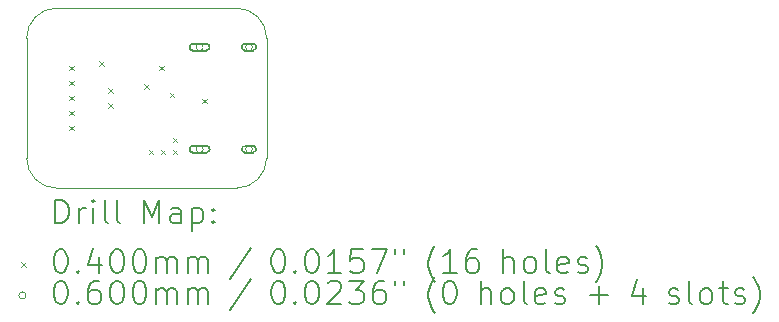
<source format=gbr>
%TF.GenerationSoftware,KiCad,Pcbnew,(7.0.0)*%
%TF.CreationDate,2023-03-15T02:57:20+08:00*%
%TF.ProjectId,USB_C_Breakout_GH1.25_4Pin,5553425f-435f-4427-9265-616b6f75745f,rev?*%
%TF.SameCoordinates,Original*%
%TF.FileFunction,Drillmap*%
%TF.FilePolarity,Positive*%
%FSLAX45Y45*%
G04 Gerber Fmt 4.5, Leading zero omitted, Abs format (unit mm)*
G04 Created by KiCad (PCBNEW (7.0.0)) date 2023-03-15 02:57:20*
%MOMM*%
%LPD*%
G01*
G04 APERTURE LIST*
%ADD10C,0.100000*%
%ADD11C,0.200000*%
%ADD12C,0.040000*%
%ADD13C,0.060000*%
G04 APERTURE END LIST*
D10*
X13208000Y-7112000D02*
X13208000Y-8128000D01*
X11430000Y-6858000D02*
X12954000Y-6858000D01*
X11176000Y-8128000D02*
X11176000Y-7112000D01*
X12954000Y-8382000D02*
X11430000Y-8382000D01*
X11176000Y-8128000D02*
G75*
G03*
X11430000Y-8382000I254000J0D01*
G01*
X11430000Y-6858000D02*
G75*
G03*
X11176000Y-7112000I0J-254000D01*
G01*
X12954000Y-8382000D02*
G75*
G03*
X13208000Y-8128000I0J254000D01*
G01*
X13208000Y-7112000D02*
G75*
G03*
X12954000Y-6858000I-254000J0D01*
G01*
D11*
D12*
X11537000Y-7346000D02*
X11577000Y-7386000D01*
X11577000Y-7346000D02*
X11537000Y-7386000D01*
X11537000Y-7473000D02*
X11577000Y-7513000D01*
X11577000Y-7473000D02*
X11537000Y-7513000D01*
X11537000Y-7600000D02*
X11577000Y-7640000D01*
X11577000Y-7600000D02*
X11537000Y-7640000D01*
X11537000Y-7727000D02*
X11577000Y-7767000D01*
X11577000Y-7727000D02*
X11537000Y-7767000D01*
X11537000Y-7854000D02*
X11577000Y-7894000D01*
X11577000Y-7854000D02*
X11537000Y-7894000D01*
X11791000Y-7307917D02*
X11831000Y-7347917D01*
X11831000Y-7307917D02*
X11791000Y-7347917D01*
X11867200Y-7536500D02*
X11907200Y-7576500D01*
X11907200Y-7536500D02*
X11867200Y-7576500D01*
X11867200Y-7663500D02*
X11907200Y-7703500D01*
X11907200Y-7663500D02*
X11867200Y-7703500D01*
X12172000Y-7502150D02*
X12212000Y-7542150D01*
X12212000Y-7502150D02*
X12172000Y-7542150D01*
X12210100Y-8057200D02*
X12250100Y-8097200D01*
X12250100Y-8057200D02*
X12210100Y-8097200D01*
X12299000Y-7346000D02*
X12339000Y-7386000D01*
X12339000Y-7346000D02*
X12299000Y-7386000D01*
X12311700Y-8057200D02*
X12351700Y-8097200D01*
X12351700Y-8057200D02*
X12311700Y-8097200D01*
X12387900Y-7574600D02*
X12427900Y-7614600D01*
X12427900Y-7574600D02*
X12387900Y-7614600D01*
X12413300Y-7955600D02*
X12453300Y-7995600D01*
X12453300Y-7955600D02*
X12413300Y-7995600D01*
X12413300Y-8057200D02*
X12453300Y-8097200D01*
X12453300Y-8057200D02*
X12413300Y-8097200D01*
X12661950Y-7625400D02*
X12701950Y-7665400D01*
X12701950Y-7625400D02*
X12661950Y-7665400D01*
D13*
X12671000Y-7188000D02*
G75*
G03*
X12671000Y-7188000I-30000J0D01*
G01*
D11*
X12586000Y-7218000D02*
X12696000Y-7218000D01*
X12696000Y-7218000D02*
G75*
G03*
X12696000Y-7158000I0J30000D01*
G01*
X12696000Y-7158000D02*
X12586000Y-7158000D01*
X12586000Y-7158000D02*
G75*
G03*
X12586000Y-7218000I0J-30000D01*
G01*
D13*
X12671000Y-8052000D02*
G75*
G03*
X12671000Y-8052000I-30000J0D01*
G01*
D11*
X12586000Y-8082000D02*
X12696000Y-8082000D01*
X12696000Y-8082000D02*
G75*
G03*
X12696000Y-8022000I0J30000D01*
G01*
X12696000Y-8022000D02*
X12586000Y-8022000D01*
X12586000Y-8022000D02*
G75*
G03*
X12586000Y-8082000I0J-30000D01*
G01*
D13*
X13089000Y-7188000D02*
G75*
G03*
X13089000Y-7188000I-30000J0D01*
G01*
D11*
X13029000Y-7218000D02*
X13089000Y-7218000D01*
X13089000Y-7218000D02*
G75*
G03*
X13089000Y-7158000I0J30000D01*
G01*
X13089000Y-7158000D02*
X13029000Y-7158000D01*
X13029000Y-7158000D02*
G75*
G03*
X13029000Y-7218000I0J-30000D01*
G01*
D13*
X13089000Y-8052000D02*
G75*
G03*
X13089000Y-8052000I-30000J0D01*
G01*
D11*
X13029000Y-8082000D02*
X13089000Y-8082000D01*
X13089000Y-8082000D02*
G75*
G03*
X13089000Y-8022000I0J30000D01*
G01*
X13089000Y-8022000D02*
X13029000Y-8022000D01*
X13029000Y-8022000D02*
G75*
G03*
X13029000Y-8082000I0J-30000D01*
G01*
X11418619Y-8680476D02*
X11418619Y-8480476D01*
X11418619Y-8480476D02*
X11466238Y-8480476D01*
X11466238Y-8480476D02*
X11494809Y-8490000D01*
X11494809Y-8490000D02*
X11513857Y-8509048D01*
X11513857Y-8509048D02*
X11523381Y-8528095D01*
X11523381Y-8528095D02*
X11532905Y-8566190D01*
X11532905Y-8566190D02*
X11532905Y-8594762D01*
X11532905Y-8594762D02*
X11523381Y-8632857D01*
X11523381Y-8632857D02*
X11513857Y-8651905D01*
X11513857Y-8651905D02*
X11494809Y-8670952D01*
X11494809Y-8670952D02*
X11466238Y-8680476D01*
X11466238Y-8680476D02*
X11418619Y-8680476D01*
X11618619Y-8680476D02*
X11618619Y-8547143D01*
X11618619Y-8585238D02*
X11628143Y-8566190D01*
X11628143Y-8566190D02*
X11637667Y-8556667D01*
X11637667Y-8556667D02*
X11656714Y-8547143D01*
X11656714Y-8547143D02*
X11675762Y-8547143D01*
X11742428Y-8680476D02*
X11742428Y-8547143D01*
X11742428Y-8480476D02*
X11732905Y-8490000D01*
X11732905Y-8490000D02*
X11742428Y-8499524D01*
X11742428Y-8499524D02*
X11751952Y-8490000D01*
X11751952Y-8490000D02*
X11742428Y-8480476D01*
X11742428Y-8480476D02*
X11742428Y-8499524D01*
X11866238Y-8680476D02*
X11847190Y-8670952D01*
X11847190Y-8670952D02*
X11837667Y-8651905D01*
X11837667Y-8651905D02*
X11837667Y-8480476D01*
X11971000Y-8680476D02*
X11951952Y-8670952D01*
X11951952Y-8670952D02*
X11942428Y-8651905D01*
X11942428Y-8651905D02*
X11942428Y-8480476D01*
X12167190Y-8680476D02*
X12167190Y-8480476D01*
X12167190Y-8480476D02*
X12233857Y-8623333D01*
X12233857Y-8623333D02*
X12300524Y-8480476D01*
X12300524Y-8480476D02*
X12300524Y-8680476D01*
X12481476Y-8680476D02*
X12481476Y-8575714D01*
X12481476Y-8575714D02*
X12471952Y-8556667D01*
X12471952Y-8556667D02*
X12452905Y-8547143D01*
X12452905Y-8547143D02*
X12414809Y-8547143D01*
X12414809Y-8547143D02*
X12395762Y-8556667D01*
X12481476Y-8670952D02*
X12462428Y-8680476D01*
X12462428Y-8680476D02*
X12414809Y-8680476D01*
X12414809Y-8680476D02*
X12395762Y-8670952D01*
X12395762Y-8670952D02*
X12386238Y-8651905D01*
X12386238Y-8651905D02*
X12386238Y-8632857D01*
X12386238Y-8632857D02*
X12395762Y-8613810D01*
X12395762Y-8613810D02*
X12414809Y-8604286D01*
X12414809Y-8604286D02*
X12462428Y-8604286D01*
X12462428Y-8604286D02*
X12481476Y-8594762D01*
X12576714Y-8547143D02*
X12576714Y-8747143D01*
X12576714Y-8556667D02*
X12595762Y-8547143D01*
X12595762Y-8547143D02*
X12633857Y-8547143D01*
X12633857Y-8547143D02*
X12652905Y-8556667D01*
X12652905Y-8556667D02*
X12662428Y-8566190D01*
X12662428Y-8566190D02*
X12671952Y-8585238D01*
X12671952Y-8585238D02*
X12671952Y-8642381D01*
X12671952Y-8642381D02*
X12662428Y-8661429D01*
X12662428Y-8661429D02*
X12652905Y-8670952D01*
X12652905Y-8670952D02*
X12633857Y-8680476D01*
X12633857Y-8680476D02*
X12595762Y-8680476D01*
X12595762Y-8680476D02*
X12576714Y-8670952D01*
X12757667Y-8661429D02*
X12767190Y-8670952D01*
X12767190Y-8670952D02*
X12757667Y-8680476D01*
X12757667Y-8680476D02*
X12748143Y-8670952D01*
X12748143Y-8670952D02*
X12757667Y-8661429D01*
X12757667Y-8661429D02*
X12757667Y-8680476D01*
X12757667Y-8556667D02*
X12767190Y-8566190D01*
X12767190Y-8566190D02*
X12757667Y-8575714D01*
X12757667Y-8575714D02*
X12748143Y-8566190D01*
X12748143Y-8566190D02*
X12757667Y-8556667D01*
X12757667Y-8556667D02*
X12757667Y-8575714D01*
D12*
X11131000Y-9007000D02*
X11171000Y-9047000D01*
X11171000Y-9007000D02*
X11131000Y-9047000D01*
D11*
X11456714Y-8900476D02*
X11475762Y-8900476D01*
X11475762Y-8900476D02*
X11494809Y-8910000D01*
X11494809Y-8910000D02*
X11504333Y-8919524D01*
X11504333Y-8919524D02*
X11513857Y-8938571D01*
X11513857Y-8938571D02*
X11523381Y-8976667D01*
X11523381Y-8976667D02*
X11523381Y-9024286D01*
X11523381Y-9024286D02*
X11513857Y-9062381D01*
X11513857Y-9062381D02*
X11504333Y-9081429D01*
X11504333Y-9081429D02*
X11494809Y-9090952D01*
X11494809Y-9090952D02*
X11475762Y-9100476D01*
X11475762Y-9100476D02*
X11456714Y-9100476D01*
X11456714Y-9100476D02*
X11437667Y-9090952D01*
X11437667Y-9090952D02*
X11428143Y-9081429D01*
X11428143Y-9081429D02*
X11418619Y-9062381D01*
X11418619Y-9062381D02*
X11409095Y-9024286D01*
X11409095Y-9024286D02*
X11409095Y-8976667D01*
X11409095Y-8976667D02*
X11418619Y-8938571D01*
X11418619Y-8938571D02*
X11428143Y-8919524D01*
X11428143Y-8919524D02*
X11437667Y-8910000D01*
X11437667Y-8910000D02*
X11456714Y-8900476D01*
X11609095Y-9081429D02*
X11618619Y-9090952D01*
X11618619Y-9090952D02*
X11609095Y-9100476D01*
X11609095Y-9100476D02*
X11599571Y-9090952D01*
X11599571Y-9090952D02*
X11609095Y-9081429D01*
X11609095Y-9081429D02*
X11609095Y-9100476D01*
X11790048Y-8967143D02*
X11790048Y-9100476D01*
X11742428Y-8890952D02*
X11694809Y-9033810D01*
X11694809Y-9033810D02*
X11818619Y-9033810D01*
X11932905Y-8900476D02*
X11951952Y-8900476D01*
X11951952Y-8900476D02*
X11971000Y-8910000D01*
X11971000Y-8910000D02*
X11980524Y-8919524D01*
X11980524Y-8919524D02*
X11990048Y-8938571D01*
X11990048Y-8938571D02*
X11999571Y-8976667D01*
X11999571Y-8976667D02*
X11999571Y-9024286D01*
X11999571Y-9024286D02*
X11990048Y-9062381D01*
X11990048Y-9062381D02*
X11980524Y-9081429D01*
X11980524Y-9081429D02*
X11971000Y-9090952D01*
X11971000Y-9090952D02*
X11951952Y-9100476D01*
X11951952Y-9100476D02*
X11932905Y-9100476D01*
X11932905Y-9100476D02*
X11913857Y-9090952D01*
X11913857Y-9090952D02*
X11904333Y-9081429D01*
X11904333Y-9081429D02*
X11894809Y-9062381D01*
X11894809Y-9062381D02*
X11885286Y-9024286D01*
X11885286Y-9024286D02*
X11885286Y-8976667D01*
X11885286Y-8976667D02*
X11894809Y-8938571D01*
X11894809Y-8938571D02*
X11904333Y-8919524D01*
X11904333Y-8919524D02*
X11913857Y-8910000D01*
X11913857Y-8910000D02*
X11932905Y-8900476D01*
X12123381Y-8900476D02*
X12142429Y-8900476D01*
X12142429Y-8900476D02*
X12161476Y-8910000D01*
X12161476Y-8910000D02*
X12171000Y-8919524D01*
X12171000Y-8919524D02*
X12180524Y-8938571D01*
X12180524Y-8938571D02*
X12190048Y-8976667D01*
X12190048Y-8976667D02*
X12190048Y-9024286D01*
X12190048Y-9024286D02*
X12180524Y-9062381D01*
X12180524Y-9062381D02*
X12171000Y-9081429D01*
X12171000Y-9081429D02*
X12161476Y-9090952D01*
X12161476Y-9090952D02*
X12142429Y-9100476D01*
X12142429Y-9100476D02*
X12123381Y-9100476D01*
X12123381Y-9100476D02*
X12104333Y-9090952D01*
X12104333Y-9090952D02*
X12094809Y-9081429D01*
X12094809Y-9081429D02*
X12085286Y-9062381D01*
X12085286Y-9062381D02*
X12075762Y-9024286D01*
X12075762Y-9024286D02*
X12075762Y-8976667D01*
X12075762Y-8976667D02*
X12085286Y-8938571D01*
X12085286Y-8938571D02*
X12094809Y-8919524D01*
X12094809Y-8919524D02*
X12104333Y-8910000D01*
X12104333Y-8910000D02*
X12123381Y-8900476D01*
X12275762Y-9100476D02*
X12275762Y-8967143D01*
X12275762Y-8986190D02*
X12285286Y-8976667D01*
X12285286Y-8976667D02*
X12304333Y-8967143D01*
X12304333Y-8967143D02*
X12332905Y-8967143D01*
X12332905Y-8967143D02*
X12351952Y-8976667D01*
X12351952Y-8976667D02*
X12361476Y-8995714D01*
X12361476Y-8995714D02*
X12361476Y-9100476D01*
X12361476Y-8995714D02*
X12371000Y-8976667D01*
X12371000Y-8976667D02*
X12390048Y-8967143D01*
X12390048Y-8967143D02*
X12418619Y-8967143D01*
X12418619Y-8967143D02*
X12437667Y-8976667D01*
X12437667Y-8976667D02*
X12447190Y-8995714D01*
X12447190Y-8995714D02*
X12447190Y-9100476D01*
X12542429Y-9100476D02*
X12542429Y-8967143D01*
X12542429Y-8986190D02*
X12551952Y-8976667D01*
X12551952Y-8976667D02*
X12571000Y-8967143D01*
X12571000Y-8967143D02*
X12599571Y-8967143D01*
X12599571Y-8967143D02*
X12618619Y-8976667D01*
X12618619Y-8976667D02*
X12628143Y-8995714D01*
X12628143Y-8995714D02*
X12628143Y-9100476D01*
X12628143Y-8995714D02*
X12637667Y-8976667D01*
X12637667Y-8976667D02*
X12656714Y-8967143D01*
X12656714Y-8967143D02*
X12685286Y-8967143D01*
X12685286Y-8967143D02*
X12704333Y-8976667D01*
X12704333Y-8976667D02*
X12713857Y-8995714D01*
X12713857Y-8995714D02*
X12713857Y-9100476D01*
X13071952Y-8890952D02*
X12900524Y-9148095D01*
X13296714Y-8900476D02*
X13315762Y-8900476D01*
X13315762Y-8900476D02*
X13334810Y-8910000D01*
X13334810Y-8910000D02*
X13344333Y-8919524D01*
X13344333Y-8919524D02*
X13353857Y-8938571D01*
X13353857Y-8938571D02*
X13363381Y-8976667D01*
X13363381Y-8976667D02*
X13363381Y-9024286D01*
X13363381Y-9024286D02*
X13353857Y-9062381D01*
X13353857Y-9062381D02*
X13344333Y-9081429D01*
X13344333Y-9081429D02*
X13334810Y-9090952D01*
X13334810Y-9090952D02*
X13315762Y-9100476D01*
X13315762Y-9100476D02*
X13296714Y-9100476D01*
X13296714Y-9100476D02*
X13277667Y-9090952D01*
X13277667Y-9090952D02*
X13268143Y-9081429D01*
X13268143Y-9081429D02*
X13258619Y-9062381D01*
X13258619Y-9062381D02*
X13249095Y-9024286D01*
X13249095Y-9024286D02*
X13249095Y-8976667D01*
X13249095Y-8976667D02*
X13258619Y-8938571D01*
X13258619Y-8938571D02*
X13268143Y-8919524D01*
X13268143Y-8919524D02*
X13277667Y-8910000D01*
X13277667Y-8910000D02*
X13296714Y-8900476D01*
X13449095Y-9081429D02*
X13458619Y-9090952D01*
X13458619Y-9090952D02*
X13449095Y-9100476D01*
X13449095Y-9100476D02*
X13439571Y-9090952D01*
X13439571Y-9090952D02*
X13449095Y-9081429D01*
X13449095Y-9081429D02*
X13449095Y-9100476D01*
X13582429Y-8900476D02*
X13601476Y-8900476D01*
X13601476Y-8900476D02*
X13620524Y-8910000D01*
X13620524Y-8910000D02*
X13630048Y-8919524D01*
X13630048Y-8919524D02*
X13639571Y-8938571D01*
X13639571Y-8938571D02*
X13649095Y-8976667D01*
X13649095Y-8976667D02*
X13649095Y-9024286D01*
X13649095Y-9024286D02*
X13639571Y-9062381D01*
X13639571Y-9062381D02*
X13630048Y-9081429D01*
X13630048Y-9081429D02*
X13620524Y-9090952D01*
X13620524Y-9090952D02*
X13601476Y-9100476D01*
X13601476Y-9100476D02*
X13582429Y-9100476D01*
X13582429Y-9100476D02*
X13563381Y-9090952D01*
X13563381Y-9090952D02*
X13553857Y-9081429D01*
X13553857Y-9081429D02*
X13544333Y-9062381D01*
X13544333Y-9062381D02*
X13534810Y-9024286D01*
X13534810Y-9024286D02*
X13534810Y-8976667D01*
X13534810Y-8976667D02*
X13544333Y-8938571D01*
X13544333Y-8938571D02*
X13553857Y-8919524D01*
X13553857Y-8919524D02*
X13563381Y-8910000D01*
X13563381Y-8910000D02*
X13582429Y-8900476D01*
X13839571Y-9100476D02*
X13725286Y-9100476D01*
X13782429Y-9100476D02*
X13782429Y-8900476D01*
X13782429Y-8900476D02*
X13763381Y-8929048D01*
X13763381Y-8929048D02*
X13744333Y-8948095D01*
X13744333Y-8948095D02*
X13725286Y-8957619D01*
X14020524Y-8900476D02*
X13925286Y-8900476D01*
X13925286Y-8900476D02*
X13915762Y-8995714D01*
X13915762Y-8995714D02*
X13925286Y-8986190D01*
X13925286Y-8986190D02*
X13944333Y-8976667D01*
X13944333Y-8976667D02*
X13991952Y-8976667D01*
X13991952Y-8976667D02*
X14011000Y-8986190D01*
X14011000Y-8986190D02*
X14020524Y-8995714D01*
X14020524Y-8995714D02*
X14030048Y-9014762D01*
X14030048Y-9014762D02*
X14030048Y-9062381D01*
X14030048Y-9062381D02*
X14020524Y-9081429D01*
X14020524Y-9081429D02*
X14011000Y-9090952D01*
X14011000Y-9090952D02*
X13991952Y-9100476D01*
X13991952Y-9100476D02*
X13944333Y-9100476D01*
X13944333Y-9100476D02*
X13925286Y-9090952D01*
X13925286Y-9090952D02*
X13915762Y-9081429D01*
X14096714Y-8900476D02*
X14230048Y-8900476D01*
X14230048Y-8900476D02*
X14144333Y-9100476D01*
X14296714Y-8900476D02*
X14296714Y-8938571D01*
X14372905Y-8900476D02*
X14372905Y-8938571D01*
X14635762Y-9176667D02*
X14626238Y-9167143D01*
X14626238Y-9167143D02*
X14607191Y-9138571D01*
X14607191Y-9138571D02*
X14597667Y-9119524D01*
X14597667Y-9119524D02*
X14588143Y-9090952D01*
X14588143Y-9090952D02*
X14578619Y-9043333D01*
X14578619Y-9043333D02*
X14578619Y-9005238D01*
X14578619Y-9005238D02*
X14588143Y-8957619D01*
X14588143Y-8957619D02*
X14597667Y-8929048D01*
X14597667Y-8929048D02*
X14607191Y-8910000D01*
X14607191Y-8910000D02*
X14626238Y-8881429D01*
X14626238Y-8881429D02*
X14635762Y-8871905D01*
X14816714Y-9100476D02*
X14702429Y-9100476D01*
X14759571Y-9100476D02*
X14759571Y-8900476D01*
X14759571Y-8900476D02*
X14740524Y-8929048D01*
X14740524Y-8929048D02*
X14721476Y-8948095D01*
X14721476Y-8948095D02*
X14702429Y-8957619D01*
X14988143Y-8900476D02*
X14950048Y-8900476D01*
X14950048Y-8900476D02*
X14931000Y-8910000D01*
X14931000Y-8910000D02*
X14921476Y-8919524D01*
X14921476Y-8919524D02*
X14902429Y-8948095D01*
X14902429Y-8948095D02*
X14892905Y-8986190D01*
X14892905Y-8986190D02*
X14892905Y-9062381D01*
X14892905Y-9062381D02*
X14902429Y-9081429D01*
X14902429Y-9081429D02*
X14911952Y-9090952D01*
X14911952Y-9090952D02*
X14931000Y-9100476D01*
X14931000Y-9100476D02*
X14969095Y-9100476D01*
X14969095Y-9100476D02*
X14988143Y-9090952D01*
X14988143Y-9090952D02*
X14997667Y-9081429D01*
X14997667Y-9081429D02*
X15007191Y-9062381D01*
X15007191Y-9062381D02*
X15007191Y-9014762D01*
X15007191Y-9014762D02*
X14997667Y-8995714D01*
X14997667Y-8995714D02*
X14988143Y-8986190D01*
X14988143Y-8986190D02*
X14969095Y-8976667D01*
X14969095Y-8976667D02*
X14931000Y-8976667D01*
X14931000Y-8976667D02*
X14911952Y-8986190D01*
X14911952Y-8986190D02*
X14902429Y-8995714D01*
X14902429Y-8995714D02*
X14892905Y-9014762D01*
X15212905Y-9100476D02*
X15212905Y-8900476D01*
X15298619Y-9100476D02*
X15298619Y-8995714D01*
X15298619Y-8995714D02*
X15289095Y-8976667D01*
X15289095Y-8976667D02*
X15270048Y-8967143D01*
X15270048Y-8967143D02*
X15241476Y-8967143D01*
X15241476Y-8967143D02*
X15222429Y-8976667D01*
X15222429Y-8976667D02*
X15212905Y-8986190D01*
X15422429Y-9100476D02*
X15403381Y-9090952D01*
X15403381Y-9090952D02*
X15393857Y-9081429D01*
X15393857Y-9081429D02*
X15384333Y-9062381D01*
X15384333Y-9062381D02*
X15384333Y-9005238D01*
X15384333Y-9005238D02*
X15393857Y-8986190D01*
X15393857Y-8986190D02*
X15403381Y-8976667D01*
X15403381Y-8976667D02*
X15422429Y-8967143D01*
X15422429Y-8967143D02*
X15451000Y-8967143D01*
X15451000Y-8967143D02*
X15470048Y-8976667D01*
X15470048Y-8976667D02*
X15479572Y-8986190D01*
X15479572Y-8986190D02*
X15489095Y-9005238D01*
X15489095Y-9005238D02*
X15489095Y-9062381D01*
X15489095Y-9062381D02*
X15479572Y-9081429D01*
X15479572Y-9081429D02*
X15470048Y-9090952D01*
X15470048Y-9090952D02*
X15451000Y-9100476D01*
X15451000Y-9100476D02*
X15422429Y-9100476D01*
X15603381Y-9100476D02*
X15584333Y-9090952D01*
X15584333Y-9090952D02*
X15574810Y-9071905D01*
X15574810Y-9071905D02*
X15574810Y-8900476D01*
X15755762Y-9090952D02*
X15736714Y-9100476D01*
X15736714Y-9100476D02*
X15698619Y-9100476D01*
X15698619Y-9100476D02*
X15679572Y-9090952D01*
X15679572Y-9090952D02*
X15670048Y-9071905D01*
X15670048Y-9071905D02*
X15670048Y-8995714D01*
X15670048Y-8995714D02*
X15679572Y-8976667D01*
X15679572Y-8976667D02*
X15698619Y-8967143D01*
X15698619Y-8967143D02*
X15736714Y-8967143D01*
X15736714Y-8967143D02*
X15755762Y-8976667D01*
X15755762Y-8976667D02*
X15765286Y-8995714D01*
X15765286Y-8995714D02*
X15765286Y-9014762D01*
X15765286Y-9014762D02*
X15670048Y-9033810D01*
X15841476Y-9090952D02*
X15860524Y-9100476D01*
X15860524Y-9100476D02*
X15898619Y-9100476D01*
X15898619Y-9100476D02*
X15917667Y-9090952D01*
X15917667Y-9090952D02*
X15927191Y-9071905D01*
X15927191Y-9071905D02*
X15927191Y-9062381D01*
X15927191Y-9062381D02*
X15917667Y-9043333D01*
X15917667Y-9043333D02*
X15898619Y-9033810D01*
X15898619Y-9033810D02*
X15870048Y-9033810D01*
X15870048Y-9033810D02*
X15851000Y-9024286D01*
X15851000Y-9024286D02*
X15841476Y-9005238D01*
X15841476Y-9005238D02*
X15841476Y-8995714D01*
X15841476Y-8995714D02*
X15851000Y-8976667D01*
X15851000Y-8976667D02*
X15870048Y-8967143D01*
X15870048Y-8967143D02*
X15898619Y-8967143D01*
X15898619Y-8967143D02*
X15917667Y-8976667D01*
X15993857Y-9176667D02*
X16003381Y-9167143D01*
X16003381Y-9167143D02*
X16022429Y-9138571D01*
X16022429Y-9138571D02*
X16031953Y-9119524D01*
X16031953Y-9119524D02*
X16041476Y-9090952D01*
X16041476Y-9090952D02*
X16051000Y-9043333D01*
X16051000Y-9043333D02*
X16051000Y-9005238D01*
X16051000Y-9005238D02*
X16041476Y-8957619D01*
X16041476Y-8957619D02*
X16031953Y-8929048D01*
X16031953Y-8929048D02*
X16022429Y-8910000D01*
X16022429Y-8910000D02*
X16003381Y-8881429D01*
X16003381Y-8881429D02*
X15993857Y-8871905D01*
D13*
X11171000Y-9291000D02*
G75*
G03*
X11171000Y-9291000I-30000J0D01*
G01*
D11*
X11456714Y-9164476D02*
X11475762Y-9164476D01*
X11475762Y-9164476D02*
X11494809Y-9174000D01*
X11494809Y-9174000D02*
X11504333Y-9183524D01*
X11504333Y-9183524D02*
X11513857Y-9202571D01*
X11513857Y-9202571D02*
X11523381Y-9240667D01*
X11523381Y-9240667D02*
X11523381Y-9288286D01*
X11523381Y-9288286D02*
X11513857Y-9326381D01*
X11513857Y-9326381D02*
X11504333Y-9345429D01*
X11504333Y-9345429D02*
X11494809Y-9354952D01*
X11494809Y-9354952D02*
X11475762Y-9364476D01*
X11475762Y-9364476D02*
X11456714Y-9364476D01*
X11456714Y-9364476D02*
X11437667Y-9354952D01*
X11437667Y-9354952D02*
X11428143Y-9345429D01*
X11428143Y-9345429D02*
X11418619Y-9326381D01*
X11418619Y-9326381D02*
X11409095Y-9288286D01*
X11409095Y-9288286D02*
X11409095Y-9240667D01*
X11409095Y-9240667D02*
X11418619Y-9202571D01*
X11418619Y-9202571D02*
X11428143Y-9183524D01*
X11428143Y-9183524D02*
X11437667Y-9174000D01*
X11437667Y-9174000D02*
X11456714Y-9164476D01*
X11609095Y-9345429D02*
X11618619Y-9354952D01*
X11618619Y-9354952D02*
X11609095Y-9364476D01*
X11609095Y-9364476D02*
X11599571Y-9354952D01*
X11599571Y-9354952D02*
X11609095Y-9345429D01*
X11609095Y-9345429D02*
X11609095Y-9364476D01*
X11790048Y-9164476D02*
X11751952Y-9164476D01*
X11751952Y-9164476D02*
X11732905Y-9174000D01*
X11732905Y-9174000D02*
X11723381Y-9183524D01*
X11723381Y-9183524D02*
X11704333Y-9212095D01*
X11704333Y-9212095D02*
X11694809Y-9250190D01*
X11694809Y-9250190D02*
X11694809Y-9326381D01*
X11694809Y-9326381D02*
X11704333Y-9345429D01*
X11704333Y-9345429D02*
X11713857Y-9354952D01*
X11713857Y-9354952D02*
X11732905Y-9364476D01*
X11732905Y-9364476D02*
X11771000Y-9364476D01*
X11771000Y-9364476D02*
X11790048Y-9354952D01*
X11790048Y-9354952D02*
X11799571Y-9345429D01*
X11799571Y-9345429D02*
X11809095Y-9326381D01*
X11809095Y-9326381D02*
X11809095Y-9278762D01*
X11809095Y-9278762D02*
X11799571Y-9259714D01*
X11799571Y-9259714D02*
X11790048Y-9250190D01*
X11790048Y-9250190D02*
X11771000Y-9240667D01*
X11771000Y-9240667D02*
X11732905Y-9240667D01*
X11732905Y-9240667D02*
X11713857Y-9250190D01*
X11713857Y-9250190D02*
X11704333Y-9259714D01*
X11704333Y-9259714D02*
X11694809Y-9278762D01*
X11932905Y-9164476D02*
X11951952Y-9164476D01*
X11951952Y-9164476D02*
X11971000Y-9174000D01*
X11971000Y-9174000D02*
X11980524Y-9183524D01*
X11980524Y-9183524D02*
X11990048Y-9202571D01*
X11990048Y-9202571D02*
X11999571Y-9240667D01*
X11999571Y-9240667D02*
X11999571Y-9288286D01*
X11999571Y-9288286D02*
X11990048Y-9326381D01*
X11990048Y-9326381D02*
X11980524Y-9345429D01*
X11980524Y-9345429D02*
X11971000Y-9354952D01*
X11971000Y-9354952D02*
X11951952Y-9364476D01*
X11951952Y-9364476D02*
X11932905Y-9364476D01*
X11932905Y-9364476D02*
X11913857Y-9354952D01*
X11913857Y-9354952D02*
X11904333Y-9345429D01*
X11904333Y-9345429D02*
X11894809Y-9326381D01*
X11894809Y-9326381D02*
X11885286Y-9288286D01*
X11885286Y-9288286D02*
X11885286Y-9240667D01*
X11885286Y-9240667D02*
X11894809Y-9202571D01*
X11894809Y-9202571D02*
X11904333Y-9183524D01*
X11904333Y-9183524D02*
X11913857Y-9174000D01*
X11913857Y-9174000D02*
X11932905Y-9164476D01*
X12123381Y-9164476D02*
X12142429Y-9164476D01*
X12142429Y-9164476D02*
X12161476Y-9174000D01*
X12161476Y-9174000D02*
X12171000Y-9183524D01*
X12171000Y-9183524D02*
X12180524Y-9202571D01*
X12180524Y-9202571D02*
X12190048Y-9240667D01*
X12190048Y-9240667D02*
X12190048Y-9288286D01*
X12190048Y-9288286D02*
X12180524Y-9326381D01*
X12180524Y-9326381D02*
X12171000Y-9345429D01*
X12171000Y-9345429D02*
X12161476Y-9354952D01*
X12161476Y-9354952D02*
X12142429Y-9364476D01*
X12142429Y-9364476D02*
X12123381Y-9364476D01*
X12123381Y-9364476D02*
X12104333Y-9354952D01*
X12104333Y-9354952D02*
X12094809Y-9345429D01*
X12094809Y-9345429D02*
X12085286Y-9326381D01*
X12085286Y-9326381D02*
X12075762Y-9288286D01*
X12075762Y-9288286D02*
X12075762Y-9240667D01*
X12075762Y-9240667D02*
X12085286Y-9202571D01*
X12085286Y-9202571D02*
X12094809Y-9183524D01*
X12094809Y-9183524D02*
X12104333Y-9174000D01*
X12104333Y-9174000D02*
X12123381Y-9164476D01*
X12275762Y-9364476D02*
X12275762Y-9231143D01*
X12275762Y-9250190D02*
X12285286Y-9240667D01*
X12285286Y-9240667D02*
X12304333Y-9231143D01*
X12304333Y-9231143D02*
X12332905Y-9231143D01*
X12332905Y-9231143D02*
X12351952Y-9240667D01*
X12351952Y-9240667D02*
X12361476Y-9259714D01*
X12361476Y-9259714D02*
X12361476Y-9364476D01*
X12361476Y-9259714D02*
X12371000Y-9240667D01*
X12371000Y-9240667D02*
X12390048Y-9231143D01*
X12390048Y-9231143D02*
X12418619Y-9231143D01*
X12418619Y-9231143D02*
X12437667Y-9240667D01*
X12437667Y-9240667D02*
X12447190Y-9259714D01*
X12447190Y-9259714D02*
X12447190Y-9364476D01*
X12542429Y-9364476D02*
X12542429Y-9231143D01*
X12542429Y-9250190D02*
X12551952Y-9240667D01*
X12551952Y-9240667D02*
X12571000Y-9231143D01*
X12571000Y-9231143D02*
X12599571Y-9231143D01*
X12599571Y-9231143D02*
X12618619Y-9240667D01*
X12618619Y-9240667D02*
X12628143Y-9259714D01*
X12628143Y-9259714D02*
X12628143Y-9364476D01*
X12628143Y-9259714D02*
X12637667Y-9240667D01*
X12637667Y-9240667D02*
X12656714Y-9231143D01*
X12656714Y-9231143D02*
X12685286Y-9231143D01*
X12685286Y-9231143D02*
X12704333Y-9240667D01*
X12704333Y-9240667D02*
X12713857Y-9259714D01*
X12713857Y-9259714D02*
X12713857Y-9364476D01*
X13071952Y-9154952D02*
X12900524Y-9412095D01*
X13296714Y-9164476D02*
X13315762Y-9164476D01*
X13315762Y-9164476D02*
X13334810Y-9174000D01*
X13334810Y-9174000D02*
X13344333Y-9183524D01*
X13344333Y-9183524D02*
X13353857Y-9202571D01*
X13353857Y-9202571D02*
X13363381Y-9240667D01*
X13363381Y-9240667D02*
X13363381Y-9288286D01*
X13363381Y-9288286D02*
X13353857Y-9326381D01*
X13353857Y-9326381D02*
X13344333Y-9345429D01*
X13344333Y-9345429D02*
X13334810Y-9354952D01*
X13334810Y-9354952D02*
X13315762Y-9364476D01*
X13315762Y-9364476D02*
X13296714Y-9364476D01*
X13296714Y-9364476D02*
X13277667Y-9354952D01*
X13277667Y-9354952D02*
X13268143Y-9345429D01*
X13268143Y-9345429D02*
X13258619Y-9326381D01*
X13258619Y-9326381D02*
X13249095Y-9288286D01*
X13249095Y-9288286D02*
X13249095Y-9240667D01*
X13249095Y-9240667D02*
X13258619Y-9202571D01*
X13258619Y-9202571D02*
X13268143Y-9183524D01*
X13268143Y-9183524D02*
X13277667Y-9174000D01*
X13277667Y-9174000D02*
X13296714Y-9164476D01*
X13449095Y-9345429D02*
X13458619Y-9354952D01*
X13458619Y-9354952D02*
X13449095Y-9364476D01*
X13449095Y-9364476D02*
X13439571Y-9354952D01*
X13439571Y-9354952D02*
X13449095Y-9345429D01*
X13449095Y-9345429D02*
X13449095Y-9364476D01*
X13582429Y-9164476D02*
X13601476Y-9164476D01*
X13601476Y-9164476D02*
X13620524Y-9174000D01*
X13620524Y-9174000D02*
X13630048Y-9183524D01*
X13630048Y-9183524D02*
X13639571Y-9202571D01*
X13639571Y-9202571D02*
X13649095Y-9240667D01*
X13649095Y-9240667D02*
X13649095Y-9288286D01*
X13649095Y-9288286D02*
X13639571Y-9326381D01*
X13639571Y-9326381D02*
X13630048Y-9345429D01*
X13630048Y-9345429D02*
X13620524Y-9354952D01*
X13620524Y-9354952D02*
X13601476Y-9364476D01*
X13601476Y-9364476D02*
X13582429Y-9364476D01*
X13582429Y-9364476D02*
X13563381Y-9354952D01*
X13563381Y-9354952D02*
X13553857Y-9345429D01*
X13553857Y-9345429D02*
X13544333Y-9326381D01*
X13544333Y-9326381D02*
X13534810Y-9288286D01*
X13534810Y-9288286D02*
X13534810Y-9240667D01*
X13534810Y-9240667D02*
X13544333Y-9202571D01*
X13544333Y-9202571D02*
X13553857Y-9183524D01*
X13553857Y-9183524D02*
X13563381Y-9174000D01*
X13563381Y-9174000D02*
X13582429Y-9164476D01*
X13725286Y-9183524D02*
X13734810Y-9174000D01*
X13734810Y-9174000D02*
X13753857Y-9164476D01*
X13753857Y-9164476D02*
X13801476Y-9164476D01*
X13801476Y-9164476D02*
X13820524Y-9174000D01*
X13820524Y-9174000D02*
X13830048Y-9183524D01*
X13830048Y-9183524D02*
X13839571Y-9202571D01*
X13839571Y-9202571D02*
X13839571Y-9221619D01*
X13839571Y-9221619D02*
X13830048Y-9250190D01*
X13830048Y-9250190D02*
X13715762Y-9364476D01*
X13715762Y-9364476D02*
X13839571Y-9364476D01*
X13906238Y-9164476D02*
X14030048Y-9164476D01*
X14030048Y-9164476D02*
X13963381Y-9240667D01*
X13963381Y-9240667D02*
X13991952Y-9240667D01*
X13991952Y-9240667D02*
X14011000Y-9250190D01*
X14011000Y-9250190D02*
X14020524Y-9259714D01*
X14020524Y-9259714D02*
X14030048Y-9278762D01*
X14030048Y-9278762D02*
X14030048Y-9326381D01*
X14030048Y-9326381D02*
X14020524Y-9345429D01*
X14020524Y-9345429D02*
X14011000Y-9354952D01*
X14011000Y-9354952D02*
X13991952Y-9364476D01*
X13991952Y-9364476D02*
X13934810Y-9364476D01*
X13934810Y-9364476D02*
X13915762Y-9354952D01*
X13915762Y-9354952D02*
X13906238Y-9345429D01*
X14201476Y-9164476D02*
X14163381Y-9164476D01*
X14163381Y-9164476D02*
X14144333Y-9174000D01*
X14144333Y-9174000D02*
X14134810Y-9183524D01*
X14134810Y-9183524D02*
X14115762Y-9212095D01*
X14115762Y-9212095D02*
X14106238Y-9250190D01*
X14106238Y-9250190D02*
X14106238Y-9326381D01*
X14106238Y-9326381D02*
X14115762Y-9345429D01*
X14115762Y-9345429D02*
X14125286Y-9354952D01*
X14125286Y-9354952D02*
X14144333Y-9364476D01*
X14144333Y-9364476D02*
X14182429Y-9364476D01*
X14182429Y-9364476D02*
X14201476Y-9354952D01*
X14201476Y-9354952D02*
X14211000Y-9345429D01*
X14211000Y-9345429D02*
X14220524Y-9326381D01*
X14220524Y-9326381D02*
X14220524Y-9278762D01*
X14220524Y-9278762D02*
X14211000Y-9259714D01*
X14211000Y-9259714D02*
X14201476Y-9250190D01*
X14201476Y-9250190D02*
X14182429Y-9240667D01*
X14182429Y-9240667D02*
X14144333Y-9240667D01*
X14144333Y-9240667D02*
X14125286Y-9250190D01*
X14125286Y-9250190D02*
X14115762Y-9259714D01*
X14115762Y-9259714D02*
X14106238Y-9278762D01*
X14296714Y-9164476D02*
X14296714Y-9202571D01*
X14372905Y-9164476D02*
X14372905Y-9202571D01*
X14635762Y-9440667D02*
X14626238Y-9431143D01*
X14626238Y-9431143D02*
X14607191Y-9402571D01*
X14607191Y-9402571D02*
X14597667Y-9383524D01*
X14597667Y-9383524D02*
X14588143Y-9354952D01*
X14588143Y-9354952D02*
X14578619Y-9307333D01*
X14578619Y-9307333D02*
X14578619Y-9269238D01*
X14578619Y-9269238D02*
X14588143Y-9221619D01*
X14588143Y-9221619D02*
X14597667Y-9193048D01*
X14597667Y-9193048D02*
X14607191Y-9174000D01*
X14607191Y-9174000D02*
X14626238Y-9145429D01*
X14626238Y-9145429D02*
X14635762Y-9135905D01*
X14750048Y-9164476D02*
X14769095Y-9164476D01*
X14769095Y-9164476D02*
X14788143Y-9174000D01*
X14788143Y-9174000D02*
X14797667Y-9183524D01*
X14797667Y-9183524D02*
X14807191Y-9202571D01*
X14807191Y-9202571D02*
X14816714Y-9240667D01*
X14816714Y-9240667D02*
X14816714Y-9288286D01*
X14816714Y-9288286D02*
X14807191Y-9326381D01*
X14807191Y-9326381D02*
X14797667Y-9345429D01*
X14797667Y-9345429D02*
X14788143Y-9354952D01*
X14788143Y-9354952D02*
X14769095Y-9364476D01*
X14769095Y-9364476D02*
X14750048Y-9364476D01*
X14750048Y-9364476D02*
X14731000Y-9354952D01*
X14731000Y-9354952D02*
X14721476Y-9345429D01*
X14721476Y-9345429D02*
X14711952Y-9326381D01*
X14711952Y-9326381D02*
X14702429Y-9288286D01*
X14702429Y-9288286D02*
X14702429Y-9240667D01*
X14702429Y-9240667D02*
X14711952Y-9202571D01*
X14711952Y-9202571D02*
X14721476Y-9183524D01*
X14721476Y-9183524D02*
X14731000Y-9174000D01*
X14731000Y-9174000D02*
X14750048Y-9164476D01*
X15022429Y-9364476D02*
X15022429Y-9164476D01*
X15108143Y-9364476D02*
X15108143Y-9259714D01*
X15108143Y-9259714D02*
X15098619Y-9240667D01*
X15098619Y-9240667D02*
X15079572Y-9231143D01*
X15079572Y-9231143D02*
X15051000Y-9231143D01*
X15051000Y-9231143D02*
X15031952Y-9240667D01*
X15031952Y-9240667D02*
X15022429Y-9250190D01*
X15231952Y-9364476D02*
X15212905Y-9354952D01*
X15212905Y-9354952D02*
X15203381Y-9345429D01*
X15203381Y-9345429D02*
X15193857Y-9326381D01*
X15193857Y-9326381D02*
X15193857Y-9269238D01*
X15193857Y-9269238D02*
X15203381Y-9250190D01*
X15203381Y-9250190D02*
X15212905Y-9240667D01*
X15212905Y-9240667D02*
X15231952Y-9231143D01*
X15231952Y-9231143D02*
X15260524Y-9231143D01*
X15260524Y-9231143D02*
X15279572Y-9240667D01*
X15279572Y-9240667D02*
X15289095Y-9250190D01*
X15289095Y-9250190D02*
X15298619Y-9269238D01*
X15298619Y-9269238D02*
X15298619Y-9326381D01*
X15298619Y-9326381D02*
X15289095Y-9345429D01*
X15289095Y-9345429D02*
X15279572Y-9354952D01*
X15279572Y-9354952D02*
X15260524Y-9364476D01*
X15260524Y-9364476D02*
X15231952Y-9364476D01*
X15412905Y-9364476D02*
X15393857Y-9354952D01*
X15393857Y-9354952D02*
X15384333Y-9335905D01*
X15384333Y-9335905D02*
X15384333Y-9164476D01*
X15565286Y-9354952D02*
X15546238Y-9364476D01*
X15546238Y-9364476D02*
X15508143Y-9364476D01*
X15508143Y-9364476D02*
X15489095Y-9354952D01*
X15489095Y-9354952D02*
X15479572Y-9335905D01*
X15479572Y-9335905D02*
X15479572Y-9259714D01*
X15479572Y-9259714D02*
X15489095Y-9240667D01*
X15489095Y-9240667D02*
X15508143Y-9231143D01*
X15508143Y-9231143D02*
X15546238Y-9231143D01*
X15546238Y-9231143D02*
X15565286Y-9240667D01*
X15565286Y-9240667D02*
X15574810Y-9259714D01*
X15574810Y-9259714D02*
X15574810Y-9278762D01*
X15574810Y-9278762D02*
X15479572Y-9297810D01*
X15651000Y-9354952D02*
X15670048Y-9364476D01*
X15670048Y-9364476D02*
X15708143Y-9364476D01*
X15708143Y-9364476D02*
X15727191Y-9354952D01*
X15727191Y-9354952D02*
X15736714Y-9335905D01*
X15736714Y-9335905D02*
X15736714Y-9326381D01*
X15736714Y-9326381D02*
X15727191Y-9307333D01*
X15727191Y-9307333D02*
X15708143Y-9297810D01*
X15708143Y-9297810D02*
X15679572Y-9297810D01*
X15679572Y-9297810D02*
X15660524Y-9288286D01*
X15660524Y-9288286D02*
X15651000Y-9269238D01*
X15651000Y-9269238D02*
X15651000Y-9259714D01*
X15651000Y-9259714D02*
X15660524Y-9240667D01*
X15660524Y-9240667D02*
X15679572Y-9231143D01*
X15679572Y-9231143D02*
X15708143Y-9231143D01*
X15708143Y-9231143D02*
X15727191Y-9240667D01*
X15942429Y-9288286D02*
X16094810Y-9288286D01*
X16018619Y-9364476D02*
X16018619Y-9212095D01*
X16395762Y-9231143D02*
X16395762Y-9364476D01*
X16348143Y-9154952D02*
X16300524Y-9297810D01*
X16300524Y-9297810D02*
X16424333Y-9297810D01*
X16611000Y-9354952D02*
X16630048Y-9364476D01*
X16630048Y-9364476D02*
X16668143Y-9364476D01*
X16668143Y-9364476D02*
X16687191Y-9354952D01*
X16687191Y-9354952D02*
X16696714Y-9335905D01*
X16696714Y-9335905D02*
X16696714Y-9326381D01*
X16696714Y-9326381D02*
X16687191Y-9307333D01*
X16687191Y-9307333D02*
X16668143Y-9297810D01*
X16668143Y-9297810D02*
X16639572Y-9297810D01*
X16639572Y-9297810D02*
X16620524Y-9288286D01*
X16620524Y-9288286D02*
X16611000Y-9269238D01*
X16611000Y-9269238D02*
X16611000Y-9259714D01*
X16611000Y-9259714D02*
X16620524Y-9240667D01*
X16620524Y-9240667D02*
X16639572Y-9231143D01*
X16639572Y-9231143D02*
X16668143Y-9231143D01*
X16668143Y-9231143D02*
X16687191Y-9240667D01*
X16811000Y-9364476D02*
X16791953Y-9354952D01*
X16791953Y-9354952D02*
X16782429Y-9335905D01*
X16782429Y-9335905D02*
X16782429Y-9164476D01*
X16915762Y-9364476D02*
X16896715Y-9354952D01*
X16896715Y-9354952D02*
X16887191Y-9345429D01*
X16887191Y-9345429D02*
X16877667Y-9326381D01*
X16877667Y-9326381D02*
X16877667Y-9269238D01*
X16877667Y-9269238D02*
X16887191Y-9250190D01*
X16887191Y-9250190D02*
X16896715Y-9240667D01*
X16896715Y-9240667D02*
X16915762Y-9231143D01*
X16915762Y-9231143D02*
X16944334Y-9231143D01*
X16944334Y-9231143D02*
X16963381Y-9240667D01*
X16963381Y-9240667D02*
X16972905Y-9250190D01*
X16972905Y-9250190D02*
X16982429Y-9269238D01*
X16982429Y-9269238D02*
X16982429Y-9326381D01*
X16982429Y-9326381D02*
X16972905Y-9345429D01*
X16972905Y-9345429D02*
X16963381Y-9354952D01*
X16963381Y-9354952D02*
X16944334Y-9364476D01*
X16944334Y-9364476D02*
X16915762Y-9364476D01*
X17039572Y-9231143D02*
X17115762Y-9231143D01*
X17068143Y-9164476D02*
X17068143Y-9335905D01*
X17068143Y-9335905D02*
X17077667Y-9354952D01*
X17077667Y-9354952D02*
X17096715Y-9364476D01*
X17096715Y-9364476D02*
X17115762Y-9364476D01*
X17172905Y-9354952D02*
X17191953Y-9364476D01*
X17191953Y-9364476D02*
X17230048Y-9364476D01*
X17230048Y-9364476D02*
X17249096Y-9354952D01*
X17249096Y-9354952D02*
X17258619Y-9335905D01*
X17258619Y-9335905D02*
X17258619Y-9326381D01*
X17258619Y-9326381D02*
X17249096Y-9307333D01*
X17249096Y-9307333D02*
X17230048Y-9297810D01*
X17230048Y-9297810D02*
X17201476Y-9297810D01*
X17201476Y-9297810D02*
X17182429Y-9288286D01*
X17182429Y-9288286D02*
X17172905Y-9269238D01*
X17172905Y-9269238D02*
X17172905Y-9259714D01*
X17172905Y-9259714D02*
X17182429Y-9240667D01*
X17182429Y-9240667D02*
X17201476Y-9231143D01*
X17201476Y-9231143D02*
X17230048Y-9231143D01*
X17230048Y-9231143D02*
X17249096Y-9240667D01*
X17325286Y-9440667D02*
X17334810Y-9431143D01*
X17334810Y-9431143D02*
X17353857Y-9402571D01*
X17353857Y-9402571D02*
X17363381Y-9383524D01*
X17363381Y-9383524D02*
X17372905Y-9354952D01*
X17372905Y-9354952D02*
X17382429Y-9307333D01*
X17382429Y-9307333D02*
X17382429Y-9269238D01*
X17382429Y-9269238D02*
X17372905Y-9221619D01*
X17372905Y-9221619D02*
X17363381Y-9193048D01*
X17363381Y-9193048D02*
X17353857Y-9174000D01*
X17353857Y-9174000D02*
X17334810Y-9145429D01*
X17334810Y-9145429D02*
X17325286Y-9135905D01*
M02*

</source>
